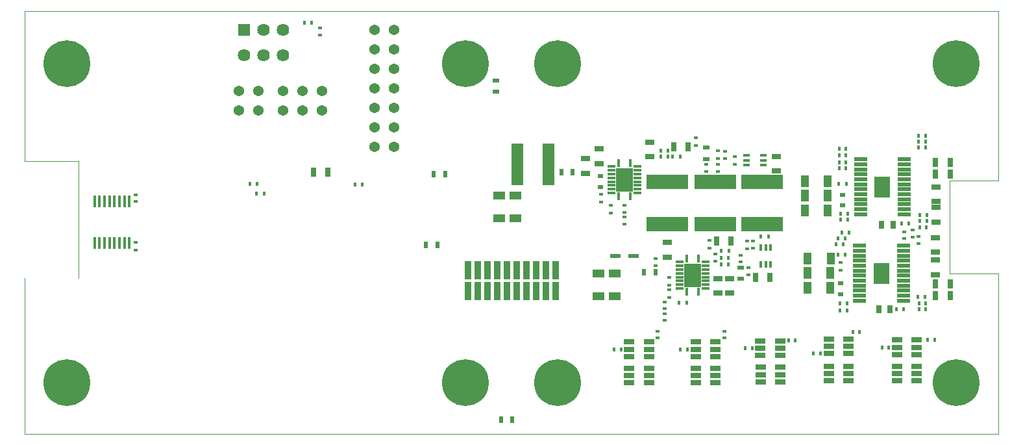
<source format=gts>
G04*
G04 #@! TF.GenerationSoftware,Altium Limited,Altium Designer,19.1.5 (86)*
G04*
G04 Layer_Color=8388736*
%FSLAX44Y44*%
%MOMM*%
G71*
G01*
G75*
%ADD17C,0.1000*%
%ADD18R,0.4500X0.6000*%
%ADD19R,0.8000X1.3000*%
%ADD20R,0.6000X0.4000*%
%ADD21R,0.4000X0.6000*%
%ADD22R,0.6000X0.4500*%
%ADD28R,0.8000X0.6000*%
%ADD29R,1.0000X1.6000*%
%ADD30R,0.7000X1.3000*%
%ADD31R,1.3000X0.7000*%
%ADD35R,0.5000X0.9000*%
%ADD36R,1.3000X0.8000*%
%ADD37R,0.9000X0.5000*%
%ADD40R,1.3716X0.5080*%
%ADD42R,1.6000X1.0000*%
%ADD45R,1.3716X0.6604*%
%ADD46R,1.0016X0.3616*%
%ADD47R,0.3616X1.0016*%
%ADD48R,2.1716X3.1716*%
%ADD49R,0.4516X1.5016*%
%ADD50R,0.8016X1.0016*%
%ADD51R,2.1266X2.7816*%
%ADD52R,1.6716X0.5116*%
%ADD53R,0.4516X0.9516*%
%ADD54R,5.5116X1.9816*%
%ADD55R,1.5240X5.5118*%
%ADD56R,0.9516X0.4516*%
%ADD57R,0.8382X2.3368*%
%ADD58C,1.3716*%
%ADD59C,6.1016*%
%ADD60C,1.6256*%
%ADD61R,1.6256X1.6256*%
D17*
Y355600D02*
Y551180D01*
Y0D02*
Y203200D01*
X69850D02*
Y355600D01*
X0D02*
X69850D01*
X1270000Y330200D02*
Y413385D01*
Y137795D02*
Y209550D01*
X1206500D02*
X1270000D01*
X1206500D02*
Y330200D01*
X1270000D01*
Y413385D02*
Y551180D01*
Y0D02*
Y137795D01*
X0Y0D02*
X1270000D01*
X0Y551180D02*
X1270000D01*
D18*
X440560Y325430D02*
D03*
X430560D02*
D03*
X908130Y238760D02*
D03*
X918130D02*
D03*
X853520Y171450D02*
D03*
X863520D02*
D03*
X970200Y257810D02*
D03*
X960200D02*
D03*
X1071950Y326390D02*
D03*
X1061950D02*
D03*
X854630Y361950D02*
D03*
X844630D02*
D03*
X312340Y313690D02*
D03*
X302340D02*
D03*
X293370Y326390D02*
D03*
X303370D02*
D03*
D19*
X395580Y341630D02*
D03*
X376580D02*
D03*
D20*
X949960Y242570D02*
D03*
Y251570D02*
D03*
X933450Y224100D02*
D03*
Y233100D02*
D03*
X943610Y207590D02*
D03*
Y216590D02*
D03*
X900430Y225370D02*
D03*
Y234370D02*
D03*
X144780Y302840D02*
D03*
Y311840D02*
D03*
X782320Y288870D02*
D03*
Y297870D02*
D03*
X834390Y163140D02*
D03*
Y172140D02*
D03*
X384810Y520010D02*
D03*
Y529010D02*
D03*
X825500Y134040D02*
D03*
Y125040D02*
D03*
X912320Y134040D02*
D03*
Y125040D02*
D03*
X1146810Y254580D02*
D03*
Y263580D02*
D03*
X1158240Y256653D02*
D03*
Y265653D02*
D03*
X1165860Y248230D02*
D03*
Y257230D02*
D03*
X834390Y147900D02*
D03*
Y156900D02*
D03*
X822960Y219710D02*
D03*
Y228710D02*
D03*
X782320Y273630D02*
D03*
Y282630D02*
D03*
X913130Y359410D02*
D03*
Y368410D02*
D03*
X904240Y342210D02*
D03*
Y351210D02*
D03*
X889000Y342210D02*
D03*
Y351210D02*
D03*
D21*
X908630Y229870D02*
D03*
X917630D02*
D03*
X374070Y535940D02*
D03*
X365070D02*
D03*
X1005260Y121920D02*
D03*
X996260D02*
D03*
X1089080Y133350D02*
D03*
X1080080D02*
D03*
X1186870Y123190D02*
D03*
X1177870D02*
D03*
X768620Y110490D02*
D03*
X777620D02*
D03*
X855440D02*
D03*
X864440D02*
D03*
X940070Y111760D02*
D03*
X949070D02*
D03*
X1028590Y105410D02*
D03*
X1037590D02*
D03*
X1118180Y113030D02*
D03*
X1127180D02*
D03*
X1137230Y162560D02*
D03*
X1146230D02*
D03*
X1143730Y274320D02*
D03*
X1152730D02*
D03*
X1166440Y170180D02*
D03*
X1175440D02*
D03*
X1167710Y278130D02*
D03*
X1176710D02*
D03*
X1165170Y179070D02*
D03*
X1174170D02*
D03*
X1167710Y285750D02*
D03*
X1176710D02*
D03*
X1165860Y388620D02*
D03*
X1174860D02*
D03*
X1075110Y262890D02*
D03*
X1066110D02*
D03*
X1071300Y372110D02*
D03*
X1062300D02*
D03*
X1165860Y381000D02*
D03*
X1174860D02*
D03*
X1165860Y373380D02*
D03*
X1174860D02*
D03*
X1166440Y162560D02*
D03*
X1175440D02*
D03*
X1167130Y269240D02*
D03*
X1176130D02*
D03*
X1070030Y255270D02*
D03*
X1061030D02*
D03*
X1071300Y363220D02*
D03*
X1062300D02*
D03*
X1058490Y247650D02*
D03*
X1067490D02*
D03*
X1062300Y354330D02*
D03*
X1071300D02*
D03*
X1072570Y170180D02*
D03*
X1063570D02*
D03*
X1073300Y287020D02*
D03*
X1064300D02*
D03*
X1063570Y161290D02*
D03*
X1072570D02*
D03*
X1064300Y279400D02*
D03*
X1073300D02*
D03*
X1060939Y234050D02*
D03*
X1069939D02*
D03*
X1062300Y346710D02*
D03*
X1071300D02*
D03*
X908630Y220980D02*
D03*
X917630D02*
D03*
X829890Y361950D02*
D03*
X838890D02*
D03*
X829890Y369570D02*
D03*
X838890D02*
D03*
D22*
X942340Y251380D02*
D03*
Y241380D02*
D03*
X892810Y242650D02*
D03*
Y252650D02*
D03*
X144780Y240110D02*
D03*
Y250110D02*
D03*
X925830Y361870D02*
D03*
Y351870D02*
D03*
X1064260Y223520D02*
D03*
Y213520D02*
D03*
X840740Y177880D02*
D03*
Y187880D02*
D03*
Y194390D02*
D03*
Y204390D02*
D03*
X904240Y368910D02*
D03*
Y358910D02*
D03*
X764540Y288370D02*
D03*
Y298370D02*
D03*
X875030Y386000D02*
D03*
Y376000D02*
D03*
X751840Y302340D02*
D03*
Y312340D02*
D03*
D28*
X1064260Y182230D02*
D03*
Y196230D02*
D03*
X1066950Y297800D02*
D03*
Y311800D02*
D03*
X750570Y321930D02*
D03*
Y335930D02*
D03*
D29*
X1020775Y190910D02*
D03*
X1050775D02*
D03*
X1020775Y209960D02*
D03*
X1050775D02*
D03*
X1021320Y228600D02*
D03*
X1051320D02*
D03*
X1017550Y291660D02*
D03*
X1047550D02*
D03*
X1017550Y310710D02*
D03*
X1047550D02*
D03*
X1017550Y329760D02*
D03*
X1047550D02*
D03*
D30*
X1207110Y180340D02*
D03*
X1188110D02*
D03*
X1207110Y195580D02*
D03*
X1188110D02*
D03*
X1207110Y354330D02*
D03*
X1188110D02*
D03*
X1207110Y339090D02*
D03*
X1188110D02*
D03*
X953160Y204470D02*
D03*
X972160D02*
D03*
X902360Y251460D02*
D03*
X921360D02*
D03*
X865480Y374650D02*
D03*
X846480D02*
D03*
D31*
X1187450Y207670D02*
D03*
Y226670D02*
D03*
Y255880D02*
D03*
Y236880D02*
D03*
X1188720Y321920D02*
D03*
Y302920D02*
D03*
Y276250D02*
D03*
Y295250D02*
D03*
X980440Y361950D02*
D03*
Y342950D02*
D03*
X815340Y380340D02*
D03*
Y361340D02*
D03*
X731520Y358750D02*
D03*
Y339750D02*
D03*
D35*
X621150Y19050D02*
D03*
X636150D02*
D03*
X533520Y339090D02*
D03*
X548520D02*
D03*
X523360Y246380D02*
D03*
X538360D02*
D03*
X822840Y210820D02*
D03*
X807840D02*
D03*
X699890Y341630D02*
D03*
X714890D02*
D03*
D36*
X904240Y202540D02*
D03*
Y183540D02*
D03*
X838200Y249530D02*
D03*
Y230530D02*
D03*
X749300Y371450D02*
D03*
Y352450D02*
D03*
X919480Y183540D02*
D03*
Y202540D02*
D03*
D37*
X933450Y217050D02*
D03*
Y202050D02*
D03*
X889000Y373260D02*
D03*
Y358260D02*
D03*
X614680Y445890D02*
D03*
Y460890D02*
D03*
D40*
X794258Y232410D02*
D03*
X770382D02*
D03*
D42*
X640080Y280910D02*
D03*
Y310910D02*
D03*
X618490Y280910D02*
D03*
Y310910D02*
D03*
X769620Y179310D02*
D03*
Y209310D02*
D03*
X748030Y179310D02*
D03*
Y209310D02*
D03*
D45*
X959556Y102362D02*
D03*
Y111760D02*
D03*
Y121158D02*
D03*
X985464D02*
D03*
Y111760D02*
D03*
Y102362D02*
D03*
X788106Y101092D02*
D03*
Y110490D02*
D03*
Y119888D02*
D03*
X814014D02*
D03*
Y110490D02*
D03*
Y101092D02*
D03*
X1137666Y103632D02*
D03*
Y113030D02*
D03*
Y122428D02*
D03*
X1163574D02*
D03*
Y113030D02*
D03*
Y103632D02*
D03*
X874926Y101092D02*
D03*
Y110490D02*
D03*
Y119888D02*
D03*
X900834D02*
D03*
Y110490D02*
D03*
Y101092D02*
D03*
X1048766Y104902D02*
D03*
Y114300D02*
D03*
Y123698D02*
D03*
X1074674D02*
D03*
Y114300D02*
D03*
Y104902D02*
D03*
X959866Y68072D02*
D03*
Y77470D02*
D03*
Y86868D02*
D03*
X985774D02*
D03*
Y77470D02*
D03*
Y68072D02*
D03*
X788106Y66802D02*
D03*
Y76200D02*
D03*
Y85598D02*
D03*
X814014D02*
D03*
Y76200D02*
D03*
Y66802D02*
D03*
X1048766Y69342D02*
D03*
Y78740D02*
D03*
Y88138D02*
D03*
X1074674D02*
D03*
Y78740D02*
D03*
Y69342D02*
D03*
X1137666D02*
D03*
Y78740D02*
D03*
Y88138D02*
D03*
X1163574D02*
D03*
Y78740D02*
D03*
Y69342D02*
D03*
X874926Y66802D02*
D03*
Y76200D02*
D03*
Y85598D02*
D03*
X900834D02*
D03*
Y76200D02*
D03*
Y66802D02*
D03*
D46*
X765470Y313970D02*
D03*
X799170Y348970D02*
D03*
X765470D02*
D03*
Y343970D02*
D03*
Y338970D02*
D03*
Y333970D02*
D03*
Y328970D02*
D03*
Y323970D02*
D03*
Y318970D02*
D03*
X799170Y313970D02*
D03*
Y318970D02*
D03*
Y323970D02*
D03*
Y328970D02*
D03*
Y333970D02*
D03*
Y338970D02*
D03*
Y343970D02*
D03*
X854370Y189510D02*
D03*
X888070Y224510D02*
D03*
X854370D02*
D03*
Y219510D02*
D03*
Y214510D02*
D03*
Y209510D02*
D03*
Y204510D02*
D03*
Y199510D02*
D03*
Y194510D02*
D03*
X888070Y189510D02*
D03*
Y194510D02*
D03*
Y199510D02*
D03*
Y204510D02*
D03*
Y209510D02*
D03*
Y214510D02*
D03*
Y219510D02*
D03*
D47*
X774820Y309620D02*
D03*
X789820Y353320D02*
D03*
X774820D02*
D03*
X789820Y309620D02*
D03*
X863720Y185160D02*
D03*
X878720Y228860D02*
D03*
X863720D02*
D03*
X878720Y185160D02*
D03*
D48*
X782320Y331470D02*
D03*
X871220Y207010D02*
D03*
D49*
X90990Y248920D02*
D03*
X97490D02*
D03*
X103990D02*
D03*
X110490D02*
D03*
X116990D02*
D03*
X123490D02*
D03*
X129990D02*
D03*
X136490D02*
D03*
X90990Y302920D02*
D03*
X97490D02*
D03*
X103990D02*
D03*
X110490D02*
D03*
X116990D02*
D03*
X123490D02*
D03*
X129990D02*
D03*
X136490D02*
D03*
D50*
X1128790Y162560D02*
D03*
X1113790D02*
D03*
X1132870Y273050D02*
D03*
X1117870D02*
D03*
D51*
X1117600Y209550D02*
D03*
X1118760Y322140D02*
D03*
D52*
X1088900Y173800D02*
D03*
Y180300D02*
D03*
Y186800D02*
D03*
Y193300D02*
D03*
Y199800D02*
D03*
Y206300D02*
D03*
Y212800D02*
D03*
Y219300D02*
D03*
Y225800D02*
D03*
Y232300D02*
D03*
Y238800D02*
D03*
Y245300D02*
D03*
X1146300D02*
D03*
Y238800D02*
D03*
Y232300D02*
D03*
Y225800D02*
D03*
Y219300D02*
D03*
Y212800D02*
D03*
Y206300D02*
D03*
Y199800D02*
D03*
Y193300D02*
D03*
Y186800D02*
D03*
Y180300D02*
D03*
Y173800D02*
D03*
X1090060Y286390D02*
D03*
Y292890D02*
D03*
Y299390D02*
D03*
Y305890D02*
D03*
Y312390D02*
D03*
Y318890D02*
D03*
Y325390D02*
D03*
Y331890D02*
D03*
Y338390D02*
D03*
Y344890D02*
D03*
Y351390D02*
D03*
Y357890D02*
D03*
X1147460D02*
D03*
Y351390D02*
D03*
Y344890D02*
D03*
Y338390D02*
D03*
Y331890D02*
D03*
Y325390D02*
D03*
Y318890D02*
D03*
Y312390D02*
D03*
Y305890D02*
D03*
Y299390D02*
D03*
Y292890D02*
D03*
Y286390D02*
D03*
D53*
X972970Y243410D02*
D03*
X966470D02*
D03*
X959970D02*
D03*
Y221410D02*
D03*
X966470D02*
D03*
X972970D02*
D03*
D54*
X961390Y328370D02*
D03*
Y273610D02*
D03*
X900430Y328370D02*
D03*
Y273610D02*
D03*
X838200Y328370D02*
D03*
Y273610D02*
D03*
D55*
X642747Y351790D02*
D03*
X683133D02*
D03*
D56*
X941070Y363370D02*
D03*
Y356870D02*
D03*
Y350370D02*
D03*
X963070D02*
D03*
Y356870D02*
D03*
Y363370D02*
D03*
D57*
X615950Y186411D02*
D03*
Y213589D02*
D03*
X603250Y186411D02*
D03*
Y213589D02*
D03*
X590550Y186411D02*
D03*
Y213589D02*
D03*
X577850Y186411D02*
D03*
Y213589D02*
D03*
X628650D02*
D03*
Y186411D02*
D03*
X641350Y213589D02*
D03*
Y186411D02*
D03*
X654050Y213589D02*
D03*
Y186411D02*
D03*
X666750Y213589D02*
D03*
Y186411D02*
D03*
X679450Y213589D02*
D03*
Y186411D02*
D03*
X692150Y213589D02*
D03*
Y186411D02*
D03*
D58*
X481330Y476250D02*
D03*
X455930D02*
D03*
X481330Y501650D02*
D03*
X455930D02*
D03*
X481330Y527050D02*
D03*
X455930D02*
D03*
Y450850D02*
D03*
X481330D02*
D03*
X455930Y425450D02*
D03*
X481330D02*
D03*
X455930Y400050D02*
D03*
X481330D02*
D03*
Y374650D02*
D03*
X455930D02*
D03*
X304800Y447040D02*
D03*
Y421640D02*
D03*
X279400Y447040D02*
D03*
Y421640D02*
D03*
X387350Y447040D02*
D03*
Y421640D02*
D03*
X361950Y447040D02*
D03*
Y421640D02*
D03*
X336550Y447040D02*
D03*
Y421640D02*
D03*
D59*
X1214610Y482310D02*
D03*
Y67310D02*
D03*
X694610D02*
D03*
X574610Y67310D02*
D03*
X694610Y482310D02*
D03*
X574610D02*
D03*
X54610D02*
D03*
Y67310D02*
D03*
D60*
X336550Y494030D02*
D03*
X311150D02*
D03*
X285750D02*
D03*
X336550Y527050D02*
D03*
X311150D02*
D03*
D61*
X285750D02*
D03*
M02*

</source>
